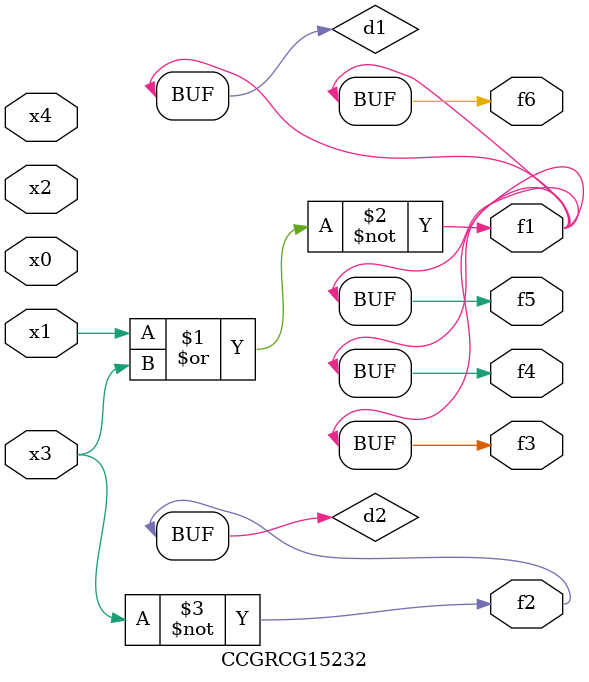
<source format=v>
module CCGRCG15232(
	input x0, x1, x2, x3, x4,
	output f1, f2, f3, f4, f5, f6
);

	wire d1, d2;

	nor (d1, x1, x3);
	not (d2, x3);
	assign f1 = d1;
	assign f2 = d2;
	assign f3 = d1;
	assign f4 = d1;
	assign f5 = d1;
	assign f6 = d1;
endmodule

</source>
